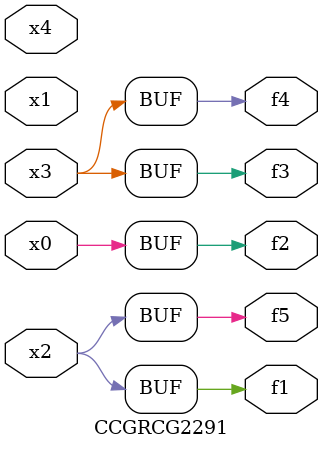
<source format=v>
module CCGRCG2291(
	input x0, x1, x2, x3, x4,
	output f1, f2, f3, f4, f5
);
	assign f1 = x2;
	assign f2 = x0;
	assign f3 = x3;
	assign f4 = x3;
	assign f5 = x2;
endmodule

</source>
